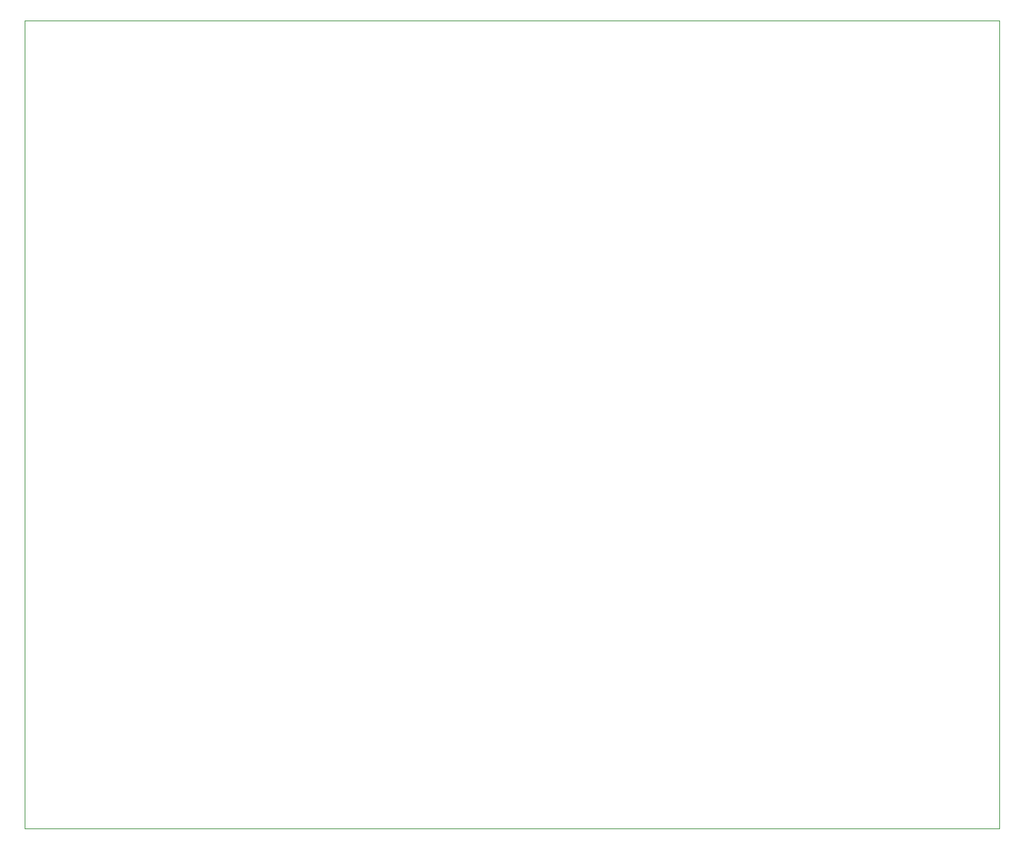
<source format=gbr>
%TF.GenerationSoftware,KiCad,Pcbnew,(5.1.6)-1*%
%TF.CreationDate,2022-12-12T11:34:03-08:00*%
%TF.ProjectId,Buggly SPD Aux,42756767-6c79-4205-9350-44204175782e,rev?*%
%TF.SameCoordinates,Original*%
%TF.FileFunction,Profile,NP*%
%FSLAX46Y46*%
G04 Gerber Fmt 4.6, Leading zero omitted, Abs format (unit mm)*
G04 Created by KiCad (PCBNEW (5.1.6)-1) date 2022-12-12 11:34:03*
%MOMM*%
%LPD*%
G01*
G04 APERTURE LIST*
%TA.AperFunction,Profile*%
%ADD10C,0.050000*%
%TD*%
G04 APERTURE END LIST*
D10*
X221996000Y-27051000D02*
X221996000Y-127000000D01*
X101600000Y-27051000D02*
X221996000Y-27051000D01*
X101600000Y-127000000D02*
X101600000Y-27051000D01*
X101600000Y-127000000D02*
X221996000Y-127000000D01*
M02*

</source>
